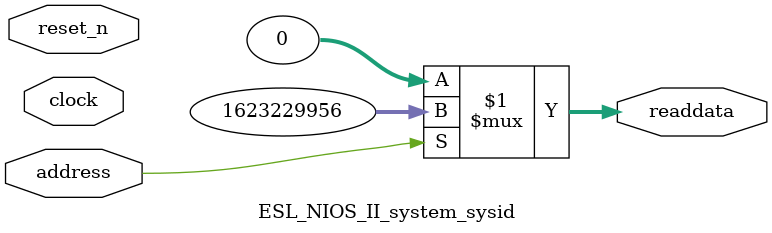
<source format=v>



// synthesis translate_off
`timescale 1ns / 1ps
// synthesis translate_on

// turn off superfluous verilog processor warnings 
// altera message_level Level1 
// altera message_off 10034 10035 10036 10037 10230 10240 10030 

module ESL_NIOS_II_system_sysid (
               // inputs:
                address,
                clock,
                reset_n,

               // outputs:
                readdata
             )
;

  output  [ 31: 0] readdata;
  input            address;
  input            clock;
  input            reset_n;

  wire    [ 31: 0] readdata;
  //control_slave, which is an e_avalon_slave
  assign readdata = address ? 1623229956 : 0;

endmodule



</source>
